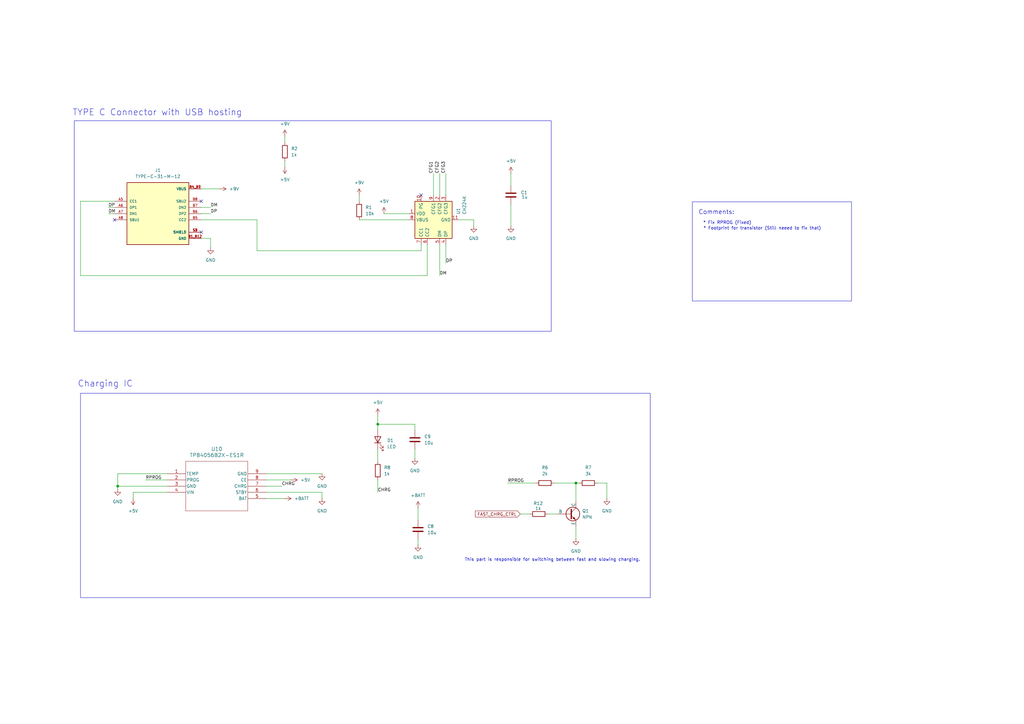
<source format=kicad_sch>
(kicad_sch (version 20231120) (generator "eeschema") (generator_version "8.0")
  (paper "A3")
  (title_block (title "Power Module") (date "2025-03-23") (rev "1") (company "University Of Cape Town") (comment 4 "Author: Khanzi Olwethu[KHNOLW003], Athenkosi Khonzani[KHNATH002]"))
  (lib_symbols
    (symbol "2025-03-25_19-53-50:TPB4056B2X-ES1R" (pin_names (offset 0.254))
      (property "Reference" "U" (at 20.32 10.16 0))
      (property "Value" "TPB4056B2X-ES1R" (at 20.32 7.62 0))
      (symbol "TPB4056B2X-ES1R_0_1"
        (polyline (pts (xy 7.62 -15.24) (xy 33.02 -15.24)) (stroke (width 0.127)))
        (polyline (pts (xy 7.62 5.08) (xy 7.62 -15.24)) (stroke (width 0.127)))
        (polyline (pts (xy 33.02 -15.24) (xy 33.02 5.08)) (stroke (width 0.127)))
        (polyline (pts (xy 33.02 5.08) (xy 7.62 5.08)) (stroke (width 0.127)))
        (pin input line (at 0 0 0) (length 7.62) (name "TEMP") (number "1"))
        (pin input line (at 0 -2.54 0) (length 7.62) (name "PROG") (number "2"))
        (pin power_out line (at 0 -5.08 0) (length 7.62) (name "GND") (number "3"))
        (pin power_in line (at 0 -7.62 0) (length 7.62) (name "VIN") (number "4"))
        (pin output line (at 40.64 -10.16 180) (length 7.62) (name "BAT") (number "5"))
        (pin output line (at 40.64 -7.62 180) (length 7.62) (name "STBY") (number "6"))
        (pin output line (at 40.64 -5.08 180) (length 7.62) (name "CHRG") (number "7"))
        (pin input line (at 40.64 -2.54 180) (length 7.62) (name "CE") (number "8"))
        (pin power_out line (at 40.64 0 180) (length 7.62) (name "GND") (number "9"))
      )
    )
    (symbol "Device:C" (pin_numbers hide) (pin_names (offset 0.254))
      (property "Reference" "C" (at 0.635 2.54 0))
      (property "Value" "C" (at 0.635 -2.54 0))
      (symbol "C_0_1"
        (polyline (pts (xy -2.032 -0.762) (xy 2.032 -0.762)) (stroke (width 0.508)))
        (polyline (pts (xy -2.032 0.762) (xy 2.032 0.762)) (stroke (width 0.508)))
      )
      (symbol "C_1_1"
        (pin passive line (at 0 3.81 270) (length 2.794) (name "~") (number "1"))
        (pin passive line (at 0 -3.81 90) (length 2.794) (name "~") (number "2"))
      )
    )
    (symbol "Device:LED" (pin_numbers hide) (pin_names (offset 1.016) hide)
      (property "Reference" "D" (at 0 2.54 0))
      (property "Value" "LED" (at 0 -2.54 0))
      (symbol "LED_0_1"
        (polyline (pts (xy -1.27 -1.27) (xy -1.27 1.27)) (stroke (width 0.254)))
        (polyline (pts (xy -1.27 0) (xy 1.27 0)))
        (polyline (pts (xy 1.27 -1.27) (xy 1.27 1.27) (xy -1.27 0) (xy 1.27 -1.27)) (stroke (width 0.254)))
        (polyline (pts (xy -3.048 -0.762) (xy -4.572 -2.286) (xy -3.81 -2.286) (xy -4.572 -2.286) (xy -4.572 -1.524)))
        (polyline (pts (xy -1.778 -0.762) (xy -3.302 -2.286) (xy -2.54 -2.286) (xy -3.302 -2.286) (xy -3.302 -1.524)))
      )
      (symbol "LED_1_1"
        (pin passive line (at -3.81 0 0) (length 2.54) (name "K") (number "1"))
        (pin passive line (at 3.81 0 180) (length 2.54) (name "A") (number "2"))
      )
    )
    (symbol "Device:R" (pin_numbers hide) (pin_names (offset 0))
      (property "Reference" "R" (at 2.032 0 90))
      (property "Value" "R" (at 0 0 90))
      (symbol "R_0_1"
        (rectangle (start -1.016 -2.54) (end 1.016 2.54) (stroke (width 0.254)))
      )
      (symbol "R_1_1"
        (pin passive line (at 0 3.81 270) (length 1.27) (name "~") (number "1"))
        (pin passive line (at 0 -3.81 90) (length 1.27) (name "~") (number "2"))
      )
    )
    (symbol "Interface_USB:CH224K"
      (property "Reference" "U" (at -7.874 -8.89 0))
      (property "Value" "CH224K" (at 3.048 -8.89 0))
      (symbol "CH224K_1_1"
        (rectangle (start -7.62 7.62) (end 7.62 -7.62) (stroke (width 0.254)) (fill (type background)))
        (pin power_in line (at 2.54 10.16 270) (length 2.54) (name "VDD") (number "1"))
        (pin open_collector line (at 10.16 5.08 180) (length 2.54) (name "PG") (number "10"))
        (pin power_in line (at 0 -10.16 90) (length 2.54) (name "GND") (number "11"))
        (pin passive line (at 10.16 -2.54 180) (length 2.54) (name "CFG2") (number "2"))
        (pin passive line (at 10.16 -5.08 180) (length 2.54) (name "CFG3") (number "3"))
        (pin bidirectional line (at -10.16 -5.08 0) (length 2.54) (name "DP") (number "4"))
        (pin bidirectional line (at -10.16 -2.54 0) (length 2.54) (name "DM") (number "5"))
        (pin bidirectional line (at -10.16 2.54 0) (length 2.54) (name "CC2") (number "6"))
        (pin bidirectional line (at -10.16 5.08 0) (length 2.54) (name "CC1") (number "7"))
        (pin passive line (at 0 10.16 270) (length 2.54) (name "VBUS") (number "8"))
        (pin passive line (at 10.16 0 180) (length 2.54) (name "CFG1") (number "9"))
      )
    )
    (symbol "Simulation_SPICE:NPN" (pin_numbers hide) (pin_names (offset 0))
      (property "Reference" "Q" (at -2.54 7.62 0))
      (property "Value" "NPN" (at -2.54 5.08 0))
      (symbol "NPN_0_1"
        (polyline (pts (xy -2.54 0) (xy 0.635 0)) (stroke (width 0.1524)))
        (polyline (pts (xy 0.635 0.635) (xy 2.54 2.54)))
        (polyline (pts (xy 2.794 -1.27) (xy 2.794 -1.27)) (stroke (width 0.1524)))
        (polyline (pts (xy 2.794 -1.27) (xy 2.794 -1.27)) (stroke (width 0.1524)))
        (polyline (pts (xy 0.635 -0.635) (xy 2.54 -2.54) (xy 2.54 -2.54)))
        (polyline (pts (xy 0.635 1.905) (xy 0.635 -1.905) (xy 0.635 -1.905)) (stroke (width 0.508)))
        (polyline (pts (xy 1.27 -1.778) (xy 1.778 -1.27) (xy 2.286 -2.286) (xy 1.27 -1.778) (xy 1.27 -1.778)) (fill (type outline)))
        (circle (center 1.27 0) (radius 2.8194) (stroke (width 0.254)))
      )
      (symbol "NPN_1_1"
        (pin open_collector line (at 2.54 5.08 270) (length 2.54) (name "C") (number "1"))
        (pin input line (at -5.08 0 0) (length 2.54) (name "B") (number "2"))
        (pin open_emitter line (at 2.54 -5.08 90) (length 2.54) (name "E") (number "3"))
      )
    )
    (symbol "TYPE-C-31-M-12:TYPE-C-31-M-12" (pin_names (offset 1.016))
      (property "Reference" "J" (at -12.7 13.462 0))
      (property "Value" "TYPE-C-31-M-12" (at -12.7 -13.462 0))
      (symbol "TYPE-C-31-M-12_0_0"
        (rectangle (start -12.7 -12.7) (end 12.7 12.7) (stroke (width 0.254)) (fill (type background)))
        (pin power_in line (at 17.78 -10.16 180) (length 5.08) (name "GND") (number "A1_B12"))
        (pin power_in line (at 17.78 10.16 180) (length 5.08) (name "VBUS") (number "A4_B9"))
        (pin bidirectional line (at -17.78 5.08 0) (length 5.08) (name "CC1") (number "A5"))
        (pin bidirectional line (at -17.78 2.54 0) (length 5.08) (name "DP1") (number "A6"))
        (pin bidirectional line (at -17.78 0 0) (length 5.08) (name "DN1") (number "A7"))
        (pin bidirectional line (at -17.78 -2.54 0) (length 5.08) (name "SBU1") (number "A8"))
        (pin power_in line (at 17.78 -10.16 180) (length 5.08) (name "GND") (number "B1_A12"))
        (pin power_in line (at 17.78 10.16 180) (length 5.08) (name "VBUS") (number "B4_A9"))
        (pin bidirectional line (at 17.78 -2.54 180) (length 5.08) (name "CC2") (number "B5"))
        (pin bidirectional line (at 17.78 0 180) (length 5.08) (name "DP2") (number "B6"))
        (pin bidirectional line (at 17.78 2.54 180) (length 5.08) (name "DN2") (number "B7"))
        (pin bidirectional line (at 17.78 5.08 180) (length 5.08) (name "SBU2") (number "B8"))
        (pin passive line (at 17.78 -7.62 180) (length 5.08) (name "SHIELD") (number "S1"))
        (pin passive line (at 17.78 -7.62 180) (length 5.08) (name "SHIELD") (number "S2"))
        (pin passive line (at 17.78 -7.62 180) (length 5.08) (name "SHIELD") (number "S3"))
        (pin passive line (at 17.78 -7.62 180) (length 5.08) (name "SHIELD") (number "S4"))
      )
    )
    (symbol "power:+5V" (power) (pin_numbers hide) (pin_names (offset 0) hide)
      (property "Value" "+5V" (at 0 3.556 0))
      (symbol "+5V_0_1"
        (polyline (pts (xy -0.762 1.27) (xy 0 2.54)))
        (polyline (pts (xy 0 0) (xy 0 2.54)))
        (polyline (pts (xy 0 2.54) (xy 0.762 1.27)))
      )
      (symbol "+5V_1_1"
        (pin power_in line (at 0 0 90) (length 0) (name "~") (number "1"))
      )
    )
    (symbol "power:+9V" (power) (pin_numbers hide) (pin_names (offset 0) hide)
      (property "Value" "+9V" (at 0 3.556 0))
      (symbol "+9V_0_1"
        (polyline (pts (xy -0.762 1.27) (xy 0 2.54)))
        (polyline (pts (xy 0 0) (xy 0 2.54)))
        (polyline (pts (xy 0 2.54) (xy 0.762 1.27)))
      )
      (symbol "+9V_1_1"
        (pin power_in line (at 0 0 90) (length 0) (name "~") (number "1"))
      )
    )
    (symbol "power:+BATT" (power) (pin_numbers hide) (pin_names (offset 0) hide)
      (property "Value" "+BATT" (at 0 3.556 0))
      (symbol "+BATT_0_1"
        (polyline (pts (xy -0.762 1.27) (xy 0 2.54)))
        (polyline (pts (xy 0 0) (xy 0 2.54)))
        (polyline (pts (xy 0 2.54) (xy 0.762 1.27)))
      )
      (symbol "+BATT_1_1"
        (pin power_in line (at 0 0 90) (length 0) (name "~") (number "1"))
      )
    )
    (symbol "power:GND" (power) (pin_numbers hide) (pin_names (offset 0) hide)
      (property "Value" "GND" (at 0 -3.81 0))
      (symbol "GND_0_1"
        (polyline (pts (xy 0 0) (xy 0 -1.27) (xy 1.27 -1.27) (xy 0 -2.54) (xy -1.27 -1.27) (xy 0 -1.27)))
      )
      (symbol "GND_1_1"
        (pin power_in line (at 0 0 270) (length 0) (name "~") (number "1"))
      )
    )
  )
  (junction (at 48.26 199.39))
  (junction (at 154.94 173.99))
  (junction (at 236.22 198.12))
  (no_connect (at 172.72 80.01))
  (no_connect (at 82.55 95.25))
  (no_connect (at 46.99 90.17))
  (no_connect (at 82.55 82.55))
  (wire (pts (xy 175.26 113.03) (xy 175.26 100.33)))
  (wire (pts (xy 48.26 199.39) (xy 68.58 199.39)))
  (wire (pts (xy 182.88 107.95) (xy 182.88 100.33)))
  (wire (pts (xy 187.96 90.17) (xy 194.31 90.17)))
  (wire (pts (xy 245.11 198.12) (xy 248.92 198.12)))
  (wire (pts (xy 109.22 201.93) (xy 132.08 201.93)))
  (wire (pts (xy 54.61 201.93) (xy 54.61 204.47)))
  (wire (pts (xy 154.94 170.18) (xy 154.94 173.99)))
  (wire (pts (xy 171.45 208.28) (xy 171.45 213.36)))
  (wire (pts (xy 59.69 196.85) (xy 68.58 196.85)))
  (wire (pts (xy 170.18 184.15) (xy 170.18 187.96)))
  (wire (pts (xy 236.22 215.9) (xy 236.22 220.98)))
  (wire (pts (xy 213.36 210.82) (xy 217.17 210.82)))
  (wire (pts (xy 208.28 198.12) (xy 219.71 198.12)))
  (wire (pts (xy 154.94 173.99) (xy 170.18 173.99)))
  (wire (pts (xy 46.99 82.55) (xy 33.02 82.55)))
  (wire (pts (xy 33.02 82.55) (xy 33.02 113.03)))
  (wire (pts (xy 105.41 102.87) (xy 105.41 90.17)))
  (wire (pts (xy 44.45 85.09) (xy 46.99 85.09)))
  (wire (pts (xy 236.22 198.12) (xy 236.22 205.74)))
  (wire (pts (xy 48.26 199.39) (xy 48.26 200.66)))
  (wire (pts (xy 147.32 80.01) (xy 147.32 82.55)))
  (wire (pts (xy 157.48 87.63) (xy 167.64 87.63)))
  (wire (pts (xy 209.55 71.12) (xy 209.55 76.2)))
  (wire (pts (xy 86.36 87.63) (xy 82.55 87.63)))
  (wire (pts (xy 236.22 198.12) (xy 237.49 198.12)))
  (wire (pts (xy 109.22 204.47) (xy 116.84 204.47)))
  (wire (pts (xy 86.36 97.79) (xy 86.36 101.6)))
  (wire (pts (xy 33.02 113.03) (xy 175.26 113.03)))
  (wire (pts (xy 170.18 173.99) (xy 170.18 176.53)))
  (wire (pts (xy 115.57 199.39) (xy 109.22 199.39)))
  (wire (pts (xy 147.32 90.17) (xy 167.64 90.17)))
  (wire (pts (xy 68.58 194.31) (xy 48.26 194.31)))
  (wire (pts (xy 68.58 201.93) (xy 54.61 201.93)))
  (wire (pts (xy 227.33 198.12) (xy 236.22 198.12)))
  (wire (pts (xy 180.34 80.01) (xy 180.34 71.12)))
  (wire (pts (xy 132.08 201.93) (xy 132.08 204.47)))
  (wire (pts (xy 154.94 196.85) (xy 154.94 201.93)))
  (wire (pts (xy 109.22 194.31) (xy 132.08 194.31)))
  (wire (pts (xy 172.72 100.33) (xy 172.72 102.87)))
  (wire (pts (xy 109.22 196.85) (xy 119.38 196.85)))
  (wire (pts (xy 182.88 80.01) (xy 182.88 71.12)))
  (wire (pts (xy 90.17 77.47) (xy 82.55 77.47)))
  (wire (pts (xy 116.84 66.04) (xy 116.84 68.58)))
  (wire (pts (xy 177.8 80.01) (xy 177.8 71.12)))
  (wire (pts (xy 172.72 102.87) (xy 105.41 102.87)))
  (wire (pts (xy 224.79 210.82) (xy 228.6 210.82)))
  (wire (pts (xy 105.41 90.17) (xy 82.55 90.17)))
  (wire (pts (xy 194.31 90.17) (xy 194.31 92.71)))
  (wire (pts (xy 180.34 113.03) (xy 180.34 100.33)))
  (wire (pts (xy 48.26 194.31) (xy 48.26 199.39)))
  (wire (pts (xy 154.94 173.99) (xy 154.94 176.53)))
  (wire (pts (xy 171.45 220.98) (xy 171.45 223.52)))
  (wire (pts (xy 154.94 184.15) (xy 154.94 189.23)))
  (wire (pts (xy 248.92 198.12) (xy 248.92 204.47)))
  (wire (pts (xy 209.55 83.82) (xy 209.55 92.71)))
  (wire (pts (xy 86.36 85.09) (xy 82.55 85.09)))
  (wire (pts (xy 116.84 55.88) (xy 116.84 58.42)))
  (wire (pts (xy 82.55 97.79) (xy 86.36 97.79)))
  (wire (pts (xy 44.45 87.63) (xy 46.99 87.63)))
  (rectangle (start 33.02 161.29) (end 266.7 245.11))
  (rectangle (start 30.48 49.53) (end 226.06 135.89))
  (rectangle (start 283.972 82.804) (end 349.25 123.444))
  (text "Comments:" (at 293.878 87.122 0) (effects (font (size 1.778 1.778))))
  (text "This part is responsible for switching between fast and slowing charging." (at 226.568 229.616 0) (effects (font (size 1.27 1.27))))
  (text "Charging IC" (at 43.18 157.48 0) (effects (font (size 2.54 2.54))))
  (text "TYPE C Connector with USB hosting" (at 64.516 46.228 0) (effects (font (size 2.54 2.54))))
  (text "  * Footprint for transistor (Still neeed to fix that)" (at 311.658 93.726 0) (effects (font (size 1.27 1.27))))
  (text "	* Fix RPROG (Fixed)" (at 295.91 91.44 0) (effects (font (size 1.27 1.27))))
  (label "DP" (at 44.45 85.09 0))
  (label "CFG3" (at 182.88 71.12 90))
  (label "DM" (at 180.34 113.03 0))
  (label "DP" (at 86.36 87.63 0))
  (label "CFG2" (at 180.34 71.12 90))
  (label "DM" (at 44.45 87.63 0))
  (label "CHRG" (at 154.94 201.93 0))
  (label "CHRG" (at 115.57 199.39 0))
  (label "RPROG" (at 59.69 196.85 0))
  (label "DP" (at 182.88 107.95 0))
  (label "RPROG" (at 208.28 198.12 0))
  (label "DM" (at 86.36 85.09 0))
  (label "CFG1" (at 177.8 71.12 90))
  (global_label "FAST_CHRG_CTRL" (shape input) (at 213.36 210.82 180) (property "Intersheetrefs" "${INTERSHEET_REFS}" (effects (hide yes))))
  (symbol (lib_id "power:+5V") (at 157.48 87.63 0) (unit 1)
    (property "Reference" "#PWR046" (effects (hide yes)))
    (property "Value" "+5V" (at 157.48 82.55 0))
    (property "Description" "Power symbol creates a global label with name \"+5V\"" (effects (hide yes)))
  )
  (symbol (lib_id "power:GND") (at 171.45 223.52 0) (unit 1)
    (property "Reference" "#PWR024" (effects (hide yes)))
    (property "Value" "GND" (at 171.45 228.6 0))
    (property "Description" "Power symbol creates a global label with name \"GND\" , ground" (effects (hide yes)))
  )
  (symbol (lib_id "Interface_USB:CH224K") (at 177.8 90.17 90) (unit 1)
    (property "Reference" "U1" (at 187.96 87.9759 0) (effects (justify left)))
    (property "Value" "CH224K" (at 190.5 87.9759 0) (effects (justify left)))
    (property "Footprint" "Package_SO:SSOP-10-1EP_3.9x4.9mm_P1mm_EP2.1x3.3mm" (effects (hide yes)))
    (property "Datasheet" "https://www.wch.cn/downloads/file/301.html" (effects (hide yes)))
    (property "Description" "100W USB Type-C PD3.0/2.0, BC1.2 Sink Controller, SSOP-10" (effects (hide yes)))
    (property "LCSC" "C970725" (effects (hide yes)))
  )
  (symbol (lib_id "power:GND") (at 132.08 204.47 0) (unit 1)
    (property "Reference" "#PWR023" (effects (hide yes)))
    (property "Value" "GND" (at 132.08 209.55 0))
    (property "Description" "Power symbol creates a global label with name \"GND\" , ground" (effects (hide yes)))
  )
  (symbol (lib_id "Simulation_SPICE:NPN") (at 233.68 210.82 0) (unit 1)
    (property "Reference" "Q1" (at 238.76 209.5499 0) (effects (justify left)))
    (property "Value" "NPN" (at 238.76 212.0899 0) (effects (justify left)))
    (property "Footprint" "Package_TO_SOT_SMD:SOT-23" (effects (hide yes)))
    (property "Datasheet" "https://ngspice.sourceforge.io/docs/ngspice-html-manual/manual.xhtml#cha_BJTs" (effects (hide yes)))
    (property "Description" "Bipolar transistor symbol for simulation only, substrate tied to the emitter" (effects (hide yes)))
    (property "Sim.Device" "NPN" (effects (hide yes)))
    (property "Sim.Type" "GUMMELPOON" (effects (hide yes)))
    (property "Sim.Pins" "1=C 2=B 3=E" (effects (hide yes)))
    (property "LCSC" "C2145" (effects (hide yes)))
  )
  (symbol (lib_id "power:+9V") (at 90.17 77.47 270) (unit 1)
    (property "Reference" "#PWR050" (effects (hide yes)))
    (property "Value" "+9V" (at 93.98 77.4699 90) (effects (justify left)))
    (property "Description" "Power symbol creates a global label with name \"+9V\"" (effects (hide yes)))
  )
  (symbol (lib_id "Device:R") (at 241.3 198.12 90) (unit 1)
    (property "Reference" "R7" (at 241.3 191.77 90))
    (property "Value" "3k" (at 241.3 194.31 90))
    (property "Footprint" "Resistor_SMD:R_0603_1608Metric_Pad0.98x0.95mm_HandSolder" (effects (hide yes)))
    (property "Description" "Resistor" (effects (hide yes)))
    (property "LCSC" "C4211" (effects (hide yes)))
  )
  (symbol (lib_id "power:+9V") (at 147.32 80.01 0) (unit 1)
    (property "Reference" "#PWR051" (effects (hide yes)))
    (property "Value" "+9V" (at 147.32 74.93 0))
    (property "Description" "Power symbol creates a global label with name \"+9V\"" (effects (hide yes)))
  )
  (symbol (lib_id "Device:R") (at 116.84 62.23 0) (unit 1)
    (property "Reference" "R2" (at 119.38 60.9599 0) (effects (justify left)))
    (property "Value" "1k" (at 119.38 63.4999 0) (effects (justify left)))
    (property "Footprint" "Resistor_SMD:R_0603_1608Metric_Pad0.98x0.95mm_HandSolder" (effects (hide yes)))
    (property "Description" "Resistor" (effects (hide yes)))
    (property "LCSC" "C21190" (effects (hide yes)))
  )
  (symbol (lib_id "TYPE-C-31-M-12:TYPE-C-31-M-12") (at 64.77 87.63 0) (unit 1)
    (property "Reference" "J1" (at 64.77 69.85 0))
    (property "Value" "TYPE-C-31-M-12" (at 64.77 72.39 0))
    (property "Footprint" "TYPE-C-31-M-12:HRO_TYPE-C-31-M-12" (effects (hide yes)))
    (property "MF" "HRO Electronics Co., Ltd." (effects (hide yes)))
    (property "MAXIMUM_PACKAGE_HEIGHT" "3.26 mm" (effects (hide yes)))
    (property "Package" "Package" (effects (hide yes)))
    (property "Price" "None" (effects (hide yes)))
    (property "Check_prices" "https://www.snapeda.com/parts/TYPE-C-31-M-12/HRO+Electronics+Co.%252C+Ltd./view-part/?ref=eda" (effects (hide yes)))
    (property "STANDARD" "Manufacturer Recommendations" (effects (hide yes)))
    (property "PARTREV" "2020.12.08" (effects (hide yes)))
    (property "SnapEDA_Link" "https://www.snapeda.com/parts/TYPE-C-31-M-12/HRO+Electronics+Co.%252C+Ltd./view-part/?ref=snap" (effects (hide yes)))
    (property "MP" "TYPE-C-31-M-12" (effects (hide yes)))
    (property "Description_1" "\n                        \n                            USB Connectors 24 Receptacle 1 8.94*7.3mm RoHS\n                        \n" (effects (hide yes)))
    (property "SNAPEDA_PN" "TYPE-C-31-M-12" (effects (hide yes)))
    (property "Availability" "Not in stock" (effects (hide yes)))
    (property "MANUFACTURER" "HRO Electronics Co., Ltd." (effects (hide yes)))
    (property "LCSC" "C165948" (effects (hide yes)))
  )
  (symbol (lib_id "power:+5V") (at 54.61 204.47 180) (unit 1)
    (property "Reference" "#PWR053" (effects (hide yes)))
    (property "Value" "+5V" (at 54.61 209.55 0))
    (property "Description" "Power symbol creates a global label with name \"+5V\"" (effects (hide yes)))
  )
  (symbol (lib_id "power:+BATT") (at 171.45 208.28 0) (unit 1)
    (property "Reference" "#PWR025" (effects (hide yes)))
    (property "Value" "+BATT" (at 171.45 203.2 0))
    (property "Description" "Power symbol creates a global label with name \"+BATT\"" (effects (hide yes)))
  )
  (symbol (lib_id "power:GND") (at 248.92 204.47 0) (unit 1)
    (property "Reference" "#PWR062" (effects (hide yes)))
    (property "Value" "GND" (at 248.92 209.55 0))
    (property "Description" "Power symbol creates a global label with name \"GND\" , ground" (effects (hide yes)))
  )
  (symbol (lib_id "power:GND") (at 236.22 220.98 0) (unit 1)
    (property "Reference" "#PWR060" (effects (hide yes)))
    (property "Value" "GND" (at 236.22 226.06 0))
    (property "Description" "Power symbol creates a global label with name \"GND\" , ground" (effects (hide yes)))
  )
  (symbol (lib_id "Device:R") (at 223.52 198.12 90) (unit 1)
    (property "Reference" "R6" (at 223.52 191.77 90))
    (property "Value" "2k" (at 223.52 194.31 90))
    (property "Footprint" "Resistor_SMD:R_0603_1608Metric_Pad0.98x0.95mm_HandSolder" (effects (hide yes)))
    (property "Description" "Resistor" (effects (hide yes)))
    (property "LCSC" "C22975" (effects (hide yes)))
  )
  (symbol (lib_id "Device:R") (at 220.98 210.82 90) (unit 1)
    (property "Reference" "R12" (at 220.726 206.502 90))
    (property "Value" "1k" (at 220.726 208.534 90))
    (property "Footprint" "Resistor_SMD:R_0603_1608Metric_Pad0.98x0.95mm_HandSolder" (effects (hide yes)))
    (property "Description" "Resistor" (effects (hide yes)))
  )
  (symbol (lib_id "power:GND") (at 48.26 200.66 0) (unit 1)
    (property "Reference" "#PWR059" (effects (hide yes)))
    (property "Value" "GND" (at 48.26 205.74 0))
    (property "Description" "Power symbol creates a global label with name \"GND\" , ground" (effects (hide yes)))
  )
  (symbol (lib_id "2025-03-25_19-53-50:TPB4056B2X-ES1R") (at 68.58 194.31 0) (unit 1)
    (property "Reference" "U10" (at 88.9 184.15 0) (effects (font (size 1.524 1.524))))
    (property "Value" "TPB4056B2X-ES1R" (at 88.9 186.69 0) (effects (font (size 1.524 1.524))))
    (property "Footprint" "KiCADv6:ES1ESOP-8-F_TPK" (effects (hide yes)))
    (property "Datasheet" "TPB4056B2X-ES1R" (effects (hide yes)))
    (property "LCSC" "C16581" (effects (hide yes)))
  )
  (symbol (lib_id "power:+5V") (at 154.94 170.18 0) (unit 1)
    (property "Reference" "#PWR052" (effects (hide yes)))
    (property "Value" "+5V" (at 154.94 165.1 0))
    (property "Description" "Power symbol creates a global label with name \"+5V\"" (effects (hide yes)))
  )
  (symbol (lib_id "power:GND") (at 86.36 101.6 0) (unit 1)
    (property "Reference" "#PWR07" (effects (hide yes)))
    (property "Value" "GND" (at 86.36 106.68 0))
    (property "Description" "Power symbol creates a global label with name \"GND\" , ground" (effects (hide yes)))
  )
  (symbol (lib_id "power:+5V") (at 119.38 196.85 270) (unit 1)
    (property "Reference" "#PWR022" (effects (hide yes)))
    (property "Value" "+5V" (at 123.19 196.8499 90) (effects (justify left)))
    (property "Description" "Power symbol creates a global label with name \"+5V\"" (effects (hide yes)))
  )
  (symbol (lib_id "Device:R") (at 147.32 86.36 0) (unit 1)
    (property "Reference" "R1" (at 149.86 85.0899 0) (effects (justify left)))
    (property "Value" "10k" (at 149.86 87.6299 0) (effects (justify left)))
    (property "Footprint" "Resistor_SMD:R_0603_1608Metric_Pad0.98x0.95mm_HandSolder" (effects (hide yes)))
    (property "Description" "Resistor" (effects (hide yes)))
    (property "LCSC" "C25804" (effects (hide yes)))
  )
  (symbol (lib_id "power:GND") (at 194.31 92.71 0) (unit 1)
    (property "Reference" "#PWR05" (effects (hide yes)))
    (property "Value" "GND" (at 194.31 97.79 0))
    (property "Description" "Power symbol creates a global label with name \"GND\" , ground" (effects (hide yes)))
  )
  (symbol (lib_id "power:+5V") (at 209.55 71.12 0) (unit 1)
    (property "Reference" "#PWR048" (effects (hide yes)))
    (property "Value" "+5V" (at 209.55 66.04 0))
    (property "Description" "Power symbol creates a global label with name \"+5V\"" (effects (hide yes)))
  )
  (symbol (lib_id "power:GND") (at 132.08 194.31 0) (unit 1)
    (property "Reference" "#PWR021" (effects (hide yes)))
    (property "Value" "GND" (at 132.08 199.39 0))
    (property "Description" "Power symbol creates a global label with name \"GND\" , ground" (effects (hide yes)))
  )
  (symbol (lib_id "power:GND") (at 170.18 187.96 0) (unit 1)
    (property "Reference" "#PWR026" (effects (hide yes)))
    (property "Value" "GND" (at 170.18 193.04 0))
    (property "Description" "Power symbol creates a global label with name \"GND\" , ground" (effects (hide yes)))
  )
  (symbol (lib_id "power:+BATT") (at 116.84 204.47 270) (unit 1)
    (property "Reference" "#PWR054" (effects (hide yes)))
    (property "Value" "+BATT" (at 120.65 204.4699 90) (effects (justify left)))
    (property "Description" "Power symbol creates a global label with name \"+BATT\"" (effects (hide yes)))
  )
  (symbol (lib_id "power:+5V") (at 116.84 68.58 180) (unit 1)
    (property "Reference" "#PWR047" (effects (hide yes)))
    (property "Value" "+5V" (at 116.84 73.66 0))
    (property "Description" "Power symbol creates a global label with name \"+5V\"" (effects (hide yes)))
  )
  (symbol (lib_id "Device:C") (at 170.18 180.34 0) (unit 1)
    (property "Reference" "C9" (at 173.99 179.0699 0) (effects (justify left)))
    (property "Value" "10u" (at 173.99 181.6099 0) (effects (justify left)))
    (property "Footprint" "Capacitor_SMD:C_0603_1608Metric_Pad1.08x0.95mm_HandSolder" (effects (hide yes)))
    (property "Description" "Unpolarized capacitor" (effects (hide yes)))
    (property "LCSC" "C19702" (effects (hide yes)))
  )
  (symbol (lib_id "Device:C") (at 171.45 217.17 0) (unit 1)
    (property "Reference" "C8" (at 175.26 215.8999 0) (effects (justify left)))
    (property "Value" "10u" (at 175.26 218.4399 0) (effects (justify left)))
    (property "Footprint" "Capacitor_SMD:C_0603_1608Metric_Pad1.08x0.95mm_HandSolder" (effects (hide yes)))
    (property "Description" "Unpolarized capacitor" (effects (hide yes)))
    (property "LCSC" "C19702" (effects (hide yes)))
  )
  (symbol (lib_id "power:+9V") (at 116.84 55.88 0) (unit 1)
    (property "Reference" "#PWR049" (effects (hide yes)))
    (property "Value" "+9V" (at 116.84 50.8 0))
    (property "Description" "Power symbol creates a global label with name \"+9V\"" (effects (hide yes)))
  )
  (symbol (lib_id "Device:LED") (at 154.94 180.34 90) (unit 1)
    (property "Reference" "D1" (at 158.75 180.6574 90) (effects (justify right)))
    (property "Value" "LED" (at 158.75 183.1974 90) (effects (justify right)))
    (property "Footprint" "LED_SMD:LED_0603_1608Metric_Pad1.05x0.95mm_HandSolder" (effects (hide yes)))
    (property "Description" "Light emitting diode" (effects (hide yes)))
  )
  (symbol (lib_id "Device:R") (at 154.94 193.04 0) (unit 1)
    (property "Reference" "R8" (at 157.48 191.7699 0) (effects (justify left)))
    (property "Value" "1k" (at 157.48 194.3099 0) (effects (justify left)))
    (property "Footprint" "Resistor_SMD:R_0603_1608Metric_Pad0.98x0.95mm_HandSolder" (effects (hide yes)))
    (property "Description" "Resistor" (effects (hide yes)))
    (property "LCSC" "C21190" (effects (hide yes)))
  )
  (symbol (lib_id "Device:C") (at 209.55 80.01 0) (unit 1)
    (property "Reference" "C1" (at 213.614 78.994 0) (effects (justify left)))
    (property "Value" "1u" (at 213.868 80.772 0) (effects (justify left)))
    (property "Footprint" "Capacitor_SMD:C_0603_1608Metric_Pad1.08x0.95mm_HandSolder" (effects (hide yes)))
    (property "Description" "Unpolarized capacitor" (effects (hide yes)))
    (property "LCSC" "C15849" (effects (hide yes)))
  )
  (symbol (lib_id "power:GND") (at 209.55 92.71 0) (unit 1)
    (property "Reference" "#PWR06" (effects (hide yes)))
    (property "Value" "GND" (at 209.55 97.79 0))
    (property "Description" "Power symbol creates a global label with name \"GND\" , ground" (effects (hide yes)))
  )
)
</source>
